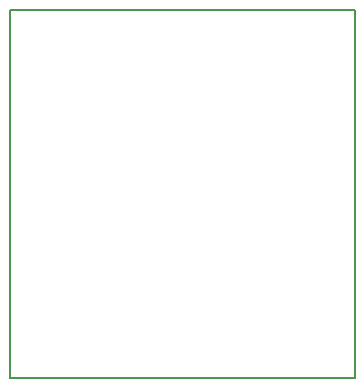
<source format=gbr>
G04 #@! TF.FileFunction,Profile,NP*
%FSLAX46Y46*%
G04 Gerber Fmt 4.6, Leading zero omitted, Abs format (unit mm)*
G04 Created by KiCad (PCBNEW 4.0.7) date 11/18/18 14:35:23*
%MOMM*%
%LPD*%
G01*
G04 APERTURE LIST*
%ADD10C,0.100000*%
%ADD11C,0.150000*%
G04 APERTURE END LIST*
D10*
D11*
X132080000Y-111760000D02*
X132080000Y-80645000D01*
X161290000Y-111760000D02*
X132080000Y-111760000D01*
X161290000Y-80645000D02*
X161290000Y-111760000D01*
X132080000Y-80645000D02*
X161290000Y-80645000D01*
M02*

</source>
